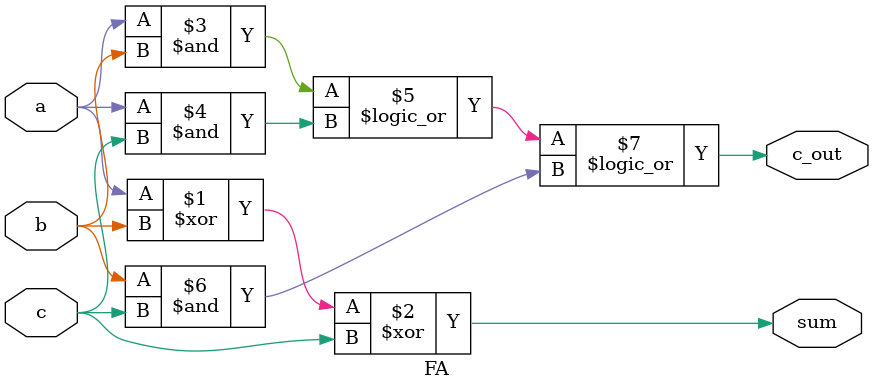
<source format=v>
module FA(a,b,c,sum,c_out);

input a,b,c;
output sum,c_out;

assign sum = a ^ b ^ c;
assign c_out = (a&b) || (a&c) || (b&c);

endmodule 
</source>
